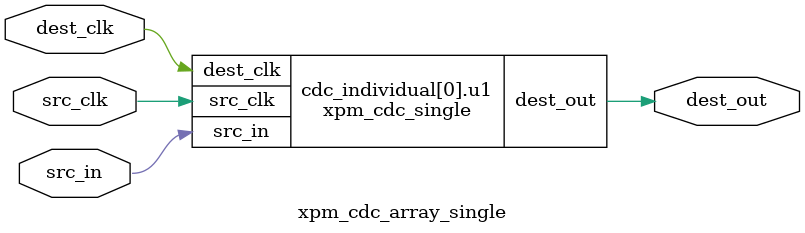
<source format=sv>
module xpm_cdc_single #(INIT_SYNC_FF=0,DEST_SYNC_FF=0,SRC_INPUT_REG=0,SIM_ASSERT_CHK=0) (input logic src_in,
		       input logic  src_clk,
		       output logic dest_out,
		       input logic  dest_clk);

   logic 			    z1;
   
   
   always_ff @(posedge src_clk)
     z1 <= src_in;

   always_ff @(posedge dest_clk)
     dest_out <= z1;

endmodule // xpm_cdc_single


module  xpm_cdc_array_single #(WIDTH=1,INIT_SYNC_FF=0,DEST_SYNC_FF=0,SRC_INPUT_REG=0,SIM_ASSERT_CHK=0) (input logic src_clk,
				       input logic 		  dest_clk,
				       input logic [(WIDTH-1):0]  src_in,
				       output logic [(WIDTH-1):0] dest_out);

   genvar 							  i;
   
   generate
      for(i=0; i < WIDTH; i++) begin : cdc_individual
	 xpm_cdc_single u1 (.src_clk(src_clk),
			    .dest_clk(dest_clk),
			    .src_in(src_in[i]),
			    .dest_out(dest_out[i]));
      end   
   endgenerate

endmodule //

   

</source>
